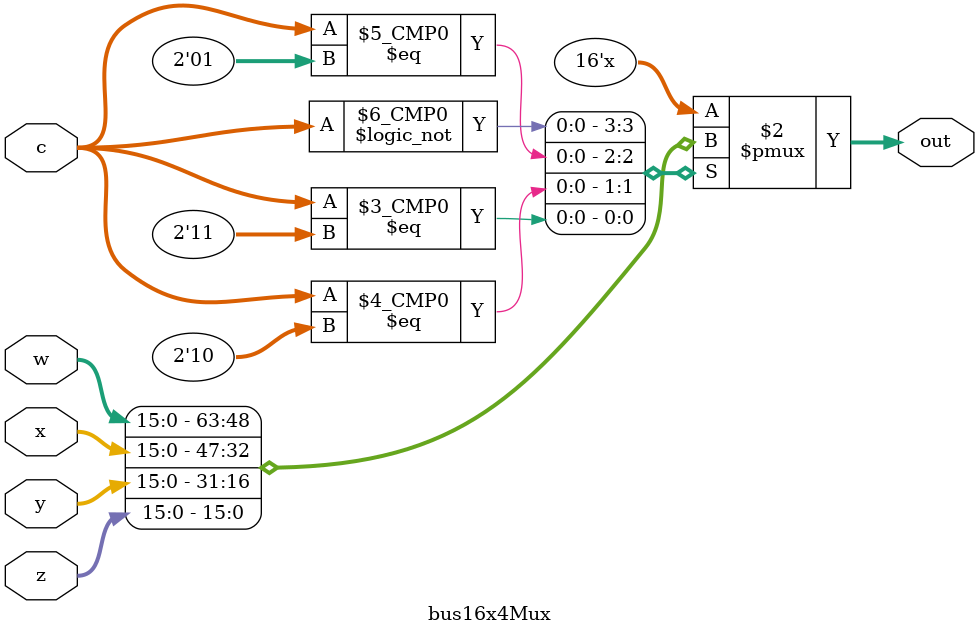
<source format=v>
`timescale 1ns / 1ps
module bus16x4Mux 
	#(
		parameter WIDTH = 16
	)
	(
		input [WIDTH - 1:0] w,
		input [WIDTH - 1:0] x,
		input [WIDTH - 1:0] y,
		input [WIDTH - 1:0] z,
		output [WIDTH - 1:0] out,
		input [1:0] c
	);
	always @(*) begin
		case(c)
			0: out <= w;
			1: out <= x;
			2: out <= y;
			3: out <= z;
			default: out <= w;
		endcase
	end
endmodule

</source>
